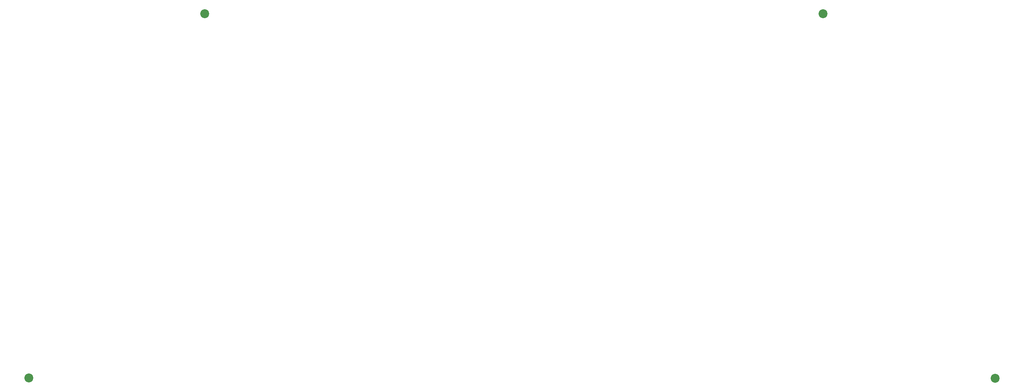
<source format=gbr>
%TF.GenerationSoftware,KiCad,Pcbnew,(6.0.7)*%
%TF.CreationDate,2022-10-26T22:21:46+02:00*%
%TF.ProjectId,the PETER switchplate,74686520-5045-4544-9552-207377697463,rev?*%
%TF.SameCoordinates,Original*%
%TF.FileFunction,Soldermask,Bot*%
%TF.FilePolarity,Negative*%
%FSLAX46Y46*%
G04 Gerber Fmt 4.6, Leading zero omitted, Abs format (unit mm)*
G04 Created by KiCad (PCBNEW (6.0.7)) date 2022-10-26 22:21:46*
%MOMM*%
%LPD*%
G01*
G04 APERTURE LIST*
%ADD10C,2.200000*%
G04 APERTURE END LIST*
D10*
%TO.C,H4*%
X263525000Y-139768508D03*
%TD*%
%TO.C,H3*%
X25323510Y-139742815D03*
%TD*%
%TO.C,H1*%
X68707000Y-49783999D03*
%TD*%
%TO.C,H2*%
X221107000Y-49784000D03*
%TD*%
M02*

</source>
